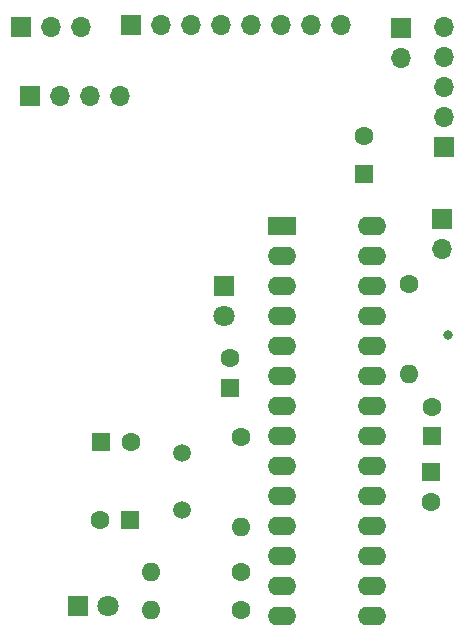
<source format=gbs>
G04 #@! TF.GenerationSoftware,KiCad,Pcbnew,8.0.4*
G04 #@! TF.CreationDate,2024-12-03T14:34:08+01:00*
G04 #@! TF.ProjectId,V2,56322e6b-6963-4616-945f-706362585858,rev?*
G04 #@! TF.SameCoordinates,Original*
G04 #@! TF.FileFunction,Soldermask,Bot*
G04 #@! TF.FilePolarity,Negative*
%FSLAX46Y46*%
G04 Gerber Fmt 4.6, Leading zero omitted, Abs format (unit mm)*
G04 Created by KiCad (PCBNEW 8.0.4) date 2024-12-03 14:34:08*
%MOMM*%
%LPD*%
G01*
G04 APERTURE LIST*
%ADD10R,1.600000X1.600000*%
%ADD11C,1.600000*%
%ADD12R,1.800000X1.800000*%
%ADD13C,1.800000*%
%ADD14R,1.700000X1.700000*%
%ADD15O,1.700000X1.700000*%
%ADD16C,1.500000*%
%ADD17O,1.600000X1.600000*%
%ADD18R,2.400000X1.600000*%
%ADD19O,2.400000X1.600000*%
%ADD20C,0.800000*%
G04 APERTURE END LIST*
D10*
G04 #@! TO.C,C4*
X171280000Y-87740000D03*
D11*
X168780000Y-87740000D03*
G04 #@! TD*
D10*
G04 #@! TO.C,C3*
X168860000Y-81110000D03*
D11*
X171360000Y-81110000D03*
G04 #@! TD*
D12*
G04 #@! TO.C,D1*
X166895000Y-94950000D03*
D13*
X169435000Y-94950000D03*
G04 #@! TD*
D14*
G04 #@! TO.C,J6*
X162085000Y-45990000D03*
D15*
X164625000Y-45990000D03*
X167165000Y-45990000D03*
G04 #@! TD*
D10*
G04 #@! TO.C,C5*
X179750000Y-76515112D03*
D11*
X179750000Y-74015112D03*
G04 #@! TD*
D16*
G04 #@! TO.C,Y1*
X175720000Y-81995000D03*
X175720000Y-86875000D03*
G04 #@! TD*
D14*
G04 #@! TO.C,J5*
X197920000Y-56150000D03*
D15*
X197920000Y-53610000D03*
X197920000Y-51070000D03*
X197920000Y-48530000D03*
X197920000Y-45990000D03*
G04 #@! TD*
D14*
G04 #@! TO.C,J3*
X194210000Y-46025000D03*
D15*
X194210000Y-48565000D03*
G04 #@! TD*
D14*
G04 #@! TO.C,J2*
X162840000Y-51820000D03*
D15*
X165380000Y-51820000D03*
X167920000Y-51820000D03*
X170460000Y-51820000D03*
G04 #@! TD*
D11*
G04 #@! TO.C,R2*
X180670000Y-95300000D03*
D17*
X173050000Y-95300000D03*
G04 #@! TD*
D11*
G04 #@! TO.C,R1*
X180680000Y-92140000D03*
D17*
X173060000Y-92140000D03*
G04 #@! TD*
D10*
G04 #@! TO.C,BZ1*
X191100000Y-58430000D03*
D11*
X191100000Y-55230000D03*
G04 #@! TD*
G04 #@! TO.C,R3*
X180710000Y-80690000D03*
D17*
X180710000Y-88310000D03*
G04 #@! TD*
D10*
G04 #@! TO.C,C1*
X196840000Y-80610000D03*
D11*
X196840000Y-78110000D03*
G04 #@! TD*
D18*
G04 #@! TO.C,U1*
X184170000Y-62835000D03*
D19*
X184170000Y-65375000D03*
X184170000Y-67915000D03*
X184170000Y-70455000D03*
X184170000Y-72995000D03*
X184170000Y-75535000D03*
X184170000Y-78075000D03*
X184170000Y-80615000D03*
X184170000Y-83155000D03*
X184170000Y-85695000D03*
X184170000Y-88235000D03*
X184170000Y-90775000D03*
X184170000Y-93315000D03*
X184170000Y-95855000D03*
X191790000Y-95855000D03*
X191790000Y-93315000D03*
X191790000Y-90775000D03*
X191790000Y-88235000D03*
X191790000Y-85695000D03*
X191790000Y-83155000D03*
X191790000Y-80615000D03*
X191790000Y-78075000D03*
X191790000Y-75535000D03*
X191790000Y-72995000D03*
X191790000Y-70455000D03*
X191790000Y-67915000D03*
X191790000Y-65375000D03*
X191790000Y-62835000D03*
G04 #@! TD*
D12*
G04 #@! TO.C,D2*
X179260000Y-67900000D03*
D13*
X179260000Y-70440000D03*
G04 #@! TD*
D14*
G04 #@! TO.C,J1*
X171390000Y-45780000D03*
D15*
X173930000Y-45780000D03*
X176470000Y-45780000D03*
X179010000Y-45780000D03*
X181550000Y-45780000D03*
X184090000Y-45780000D03*
X186630000Y-45780000D03*
X189170000Y-45780000D03*
G04 #@! TD*
D11*
G04 #@! TO.C,R4*
X194930000Y-67710000D03*
D17*
X194930000Y-75330000D03*
G04 #@! TD*
D14*
G04 #@! TO.C,J7*
X197740000Y-62240000D03*
D15*
X197740000Y-64780000D03*
G04 #@! TD*
D20*
G04 #@! TO.C,SW1*
X198190000Y-72080000D03*
G04 #@! TD*
D10*
G04 #@! TO.C,C2*
X196820000Y-83670000D03*
D11*
X196820000Y-86170000D03*
G04 #@! TD*
M02*

</source>
